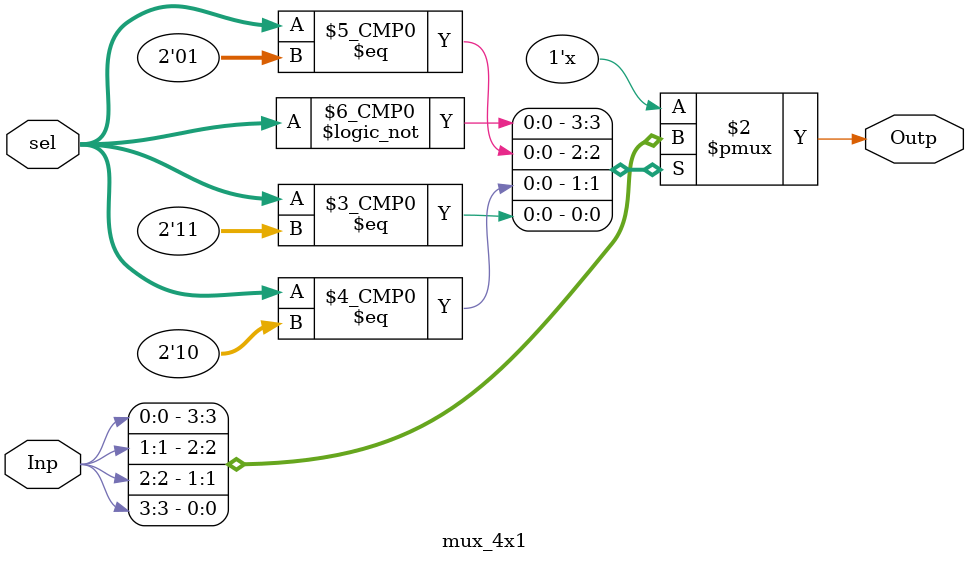
<source format=v>
module mux_4x1(sel, Inp, Outp);
    input [1:0] sel;
    input wire [3:0] Inp;
    output reg Outp; 

    always @(sel or Inp) begin
        case (sel)
            2'b00 : Outp = Inp[0];
            2'b01 : Outp = Inp[1];
            2'b10 : Outp = Inp[2];
            2'b11 : Outp = Inp[3]; 
            default: Outp = 1'b0;
        endcase        
    end
endmodule
</source>
